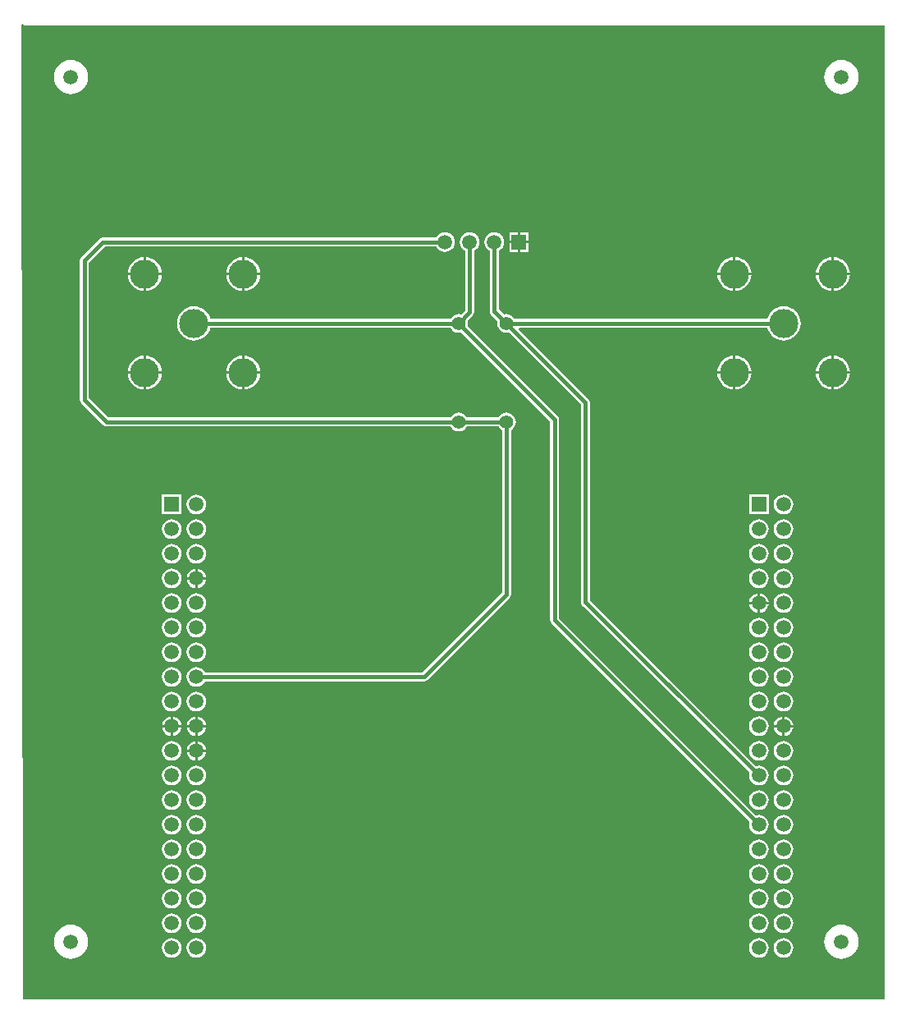
<source format=gbl>
G04 Layer_Physical_Order=2*
G04 Layer_Color=16711680*
%FSLAX42Y42*%
%MOMM*%
G71*
G01*
G75*
%ADD10C,0.40*%
%ADD11C,1.50*%
%ADD12R,1.50X1.50*%
%ADD13C,3.00*%
%ADD14C,1.52*%
%ADD15R,1.50X1.50*%
%ADD16C,1.40*%
G36*
X2591Y12624D02*
X11468D01*
Y2578D01*
X2578D01*
X2565Y12633D01*
X2577Y12637D01*
X2591Y12624D01*
D02*
G37*
%LPC*%
G36*
X11024Y12267D02*
X10989Y12263D01*
X10956Y12253D01*
X10926Y12237D01*
X10899Y12215D01*
X10877Y12188D01*
X10861Y12158D01*
X10851Y12125D01*
X10847Y12090D01*
X10851Y12056D01*
X10861Y12023D01*
X10877Y11992D01*
X10899Y11966D01*
X10926Y11944D01*
X10956Y11928D01*
X10989Y11918D01*
X11024Y11914D01*
X11058Y11918D01*
X11091Y11928D01*
X11122Y11944D01*
X11148Y11966D01*
X11170Y11992D01*
X11186Y12023D01*
X11196Y12056D01*
X11200Y12090D01*
X11196Y12125D01*
X11186Y12158D01*
X11170Y12188D01*
X11148Y12215D01*
X11122Y12237D01*
X11091Y12253D01*
X11058Y12263D01*
X11024Y12267D01*
D02*
G37*
G36*
X3073D02*
X3039Y12263D01*
X3006Y12253D01*
X2975Y12237D01*
X2949Y12215D01*
X2927Y12188D01*
X2911Y12158D01*
X2901Y12125D01*
X2897Y12090D01*
X2901Y12056D01*
X2911Y12023D01*
X2927Y11992D01*
X2949Y11966D01*
X2975Y11944D01*
X3006Y11928D01*
X3039Y11918D01*
X3073Y11914D01*
X3108Y11918D01*
X3141Y11928D01*
X3171Y11944D01*
X3198Y11966D01*
X3220Y11992D01*
X3236Y12023D01*
X3246Y12056D01*
X3250Y12090D01*
X3246Y12125D01*
X3236Y12158D01*
X3220Y12188D01*
X3198Y12215D01*
X3171Y12237D01*
X3141Y12253D01*
X3108Y12263D01*
X3073Y12267D01*
D02*
G37*
G36*
X6934Y10490D02*
X6908Y10486D01*
X6884Y10476D01*
X6863Y10460D01*
X6847Y10439D01*
X6845Y10435D01*
X3404D01*
X3404Y10435D01*
X3386Y10431D01*
X3371Y10421D01*
X3371Y10421D01*
X3180Y10231D01*
X3170Y10216D01*
X3167Y10198D01*
X3167Y10198D01*
Y8763D01*
X3167Y8763D01*
X3170Y8745D01*
X3180Y8730D01*
X3409Y8502D01*
X3409Y8502D01*
X3424Y8492D01*
X3442Y8488D01*
X6990D01*
X6991Y8486D01*
X7006Y8466D01*
X7026Y8451D01*
X7049Y8441D01*
X7074Y8438D01*
X7099Y8441D01*
X7122Y8451D01*
X7142Y8466D01*
X7157Y8486D01*
X7158Y8488D01*
X7485D01*
X7486Y8486D01*
X7501Y8466D01*
X7521Y8451D01*
X7523Y8450D01*
Y6776D01*
X6699Y5952D01*
X4458D01*
X4456Y5956D01*
X4440Y5977D01*
X4419Y5993D01*
X4395Y6003D01*
X4369Y6007D01*
X4343Y6003D01*
X4318Y5993D01*
X4297Y5977D01*
X4281Y5956D01*
X4271Y5932D01*
X4268Y5906D01*
X4271Y5879D01*
X4281Y5855D01*
X4297Y5834D01*
X4318Y5818D01*
X4343Y5808D01*
X4369Y5804D01*
X4395Y5808D01*
X4419Y5818D01*
X4440Y5834D01*
X4456Y5855D01*
X4458Y5859D01*
X6718D01*
X6718Y5859D01*
X6736Y5863D01*
X6751Y5873D01*
X7602Y6724D01*
X7602Y6724D01*
X7612Y6739D01*
X7615Y6756D01*
Y8450D01*
X7617Y8451D01*
X7637Y8466D01*
X7653Y8486D01*
X7662Y8509D01*
X7665Y8534D01*
X7662Y8559D01*
X7653Y8583D01*
X7637Y8602D01*
X7617Y8618D01*
X7594Y8627D01*
X7569Y8631D01*
X7544Y8627D01*
X7521Y8618D01*
X7501Y8602D01*
X7486Y8583D01*
X7485Y8581D01*
X7158D01*
X7157Y8583D01*
X7142Y8602D01*
X7122Y8618D01*
X7099Y8627D01*
X7074Y8631D01*
X7049Y8627D01*
X7026Y8618D01*
X7006Y8602D01*
X6991Y8583D01*
X6990Y8581D01*
X3461D01*
X3259Y8782D01*
Y10179D01*
X3423Y10342D01*
X6845D01*
X6847Y10338D01*
X6863Y10317D01*
X6884Y10301D01*
X6908Y10291D01*
X6934Y10287D01*
X6960Y10291D01*
X6985Y10301D01*
X7006Y10317D01*
X7022Y10338D01*
X7032Y10362D01*
X7035Y10389D01*
X7032Y10415D01*
X7022Y10439D01*
X7006Y10460D01*
X6985Y10476D01*
X6960Y10486D01*
X6934Y10490D01*
D02*
G37*
G36*
X7797Y10489D02*
X7709D01*
Y10401D01*
X7797D01*
Y10489D01*
D02*
G37*
G36*
X7683D02*
X7596D01*
Y10401D01*
X7683D01*
Y10489D01*
D02*
G37*
G36*
X7797Y10376D02*
X7709D01*
Y10288D01*
X7797D01*
Y10376D01*
D02*
G37*
G36*
X7683D02*
X7596D01*
Y10288D01*
X7683D01*
Y10376D01*
D02*
G37*
G36*
X10947Y10233D02*
Y10071D01*
X11110D01*
X11108Y10093D01*
X11098Y10126D01*
X11081Y10156D01*
X11059Y10183D01*
X11033Y10205D01*
X11002Y10221D01*
X10969Y10231D01*
X10947Y10233D01*
D02*
G37*
G36*
X9931D02*
Y10071D01*
X10094D01*
X10092Y10093D01*
X10082Y10126D01*
X10065Y10156D01*
X10043Y10183D01*
X10017Y10205D01*
X9986Y10221D01*
X9953Y10231D01*
X9931Y10233D01*
D02*
G37*
G36*
X3848D02*
Y10071D01*
X4010D01*
X4008Y10093D01*
X3998Y10126D01*
X3982Y10156D01*
X3960Y10183D01*
X3933Y10205D01*
X3903Y10221D01*
X3870Y10231D01*
X3848Y10233D01*
D02*
G37*
G36*
X4864D02*
Y10071D01*
X5026D01*
X5024Y10093D01*
X5014Y10126D01*
X4998Y10156D01*
X4976Y10183D01*
X4949Y10205D01*
X4919Y10221D01*
X4886Y10231D01*
X4864Y10233D01*
D02*
G37*
G36*
X3823D02*
X3801Y10231D01*
X3768Y10221D01*
X3737Y10205D01*
X3711Y10183D01*
X3689Y10156D01*
X3673Y10126D01*
X3663Y10093D01*
X3660Y10071D01*
X3823D01*
Y10233D01*
D02*
G37*
G36*
X4839D02*
X4817Y10231D01*
X4784Y10221D01*
X4753Y10205D01*
X4727Y10183D01*
X4705Y10156D01*
X4689Y10126D01*
X4679Y10093D01*
X4676Y10071D01*
X4839D01*
Y10233D01*
D02*
G37*
G36*
X10922D02*
X10900Y10231D01*
X10867Y10221D01*
X10837Y10205D01*
X10810Y10183D01*
X10788Y10156D01*
X10772Y10126D01*
X10762Y10093D01*
X10760Y10071D01*
X10922D01*
Y10233D01*
D02*
G37*
G36*
X9906D02*
X9884Y10231D01*
X9851Y10221D01*
X9821Y10205D01*
X9794Y10183D01*
X9772Y10156D01*
X9756Y10126D01*
X9746Y10093D01*
X9744Y10071D01*
X9906D01*
Y10233D01*
D02*
G37*
G36*
X11110Y10046D02*
X10947D01*
Y9883D01*
X10969Y9886D01*
X11002Y9896D01*
X11033Y9912D01*
X11059Y9934D01*
X11081Y9960D01*
X11098Y9991D01*
X11108Y10024D01*
X11110Y10046D01*
D02*
G37*
G36*
X10094D02*
X9931D01*
Y9883D01*
X9953Y9886D01*
X9986Y9896D01*
X10017Y9912D01*
X10043Y9934D01*
X10065Y9960D01*
X10082Y9991D01*
X10092Y10024D01*
X10094Y10046D01*
D02*
G37*
G36*
X5026D02*
X4864D01*
Y9883D01*
X4886Y9886D01*
X4919Y9896D01*
X4949Y9912D01*
X4976Y9934D01*
X4998Y9960D01*
X5014Y9991D01*
X5024Y10024D01*
X5026Y10046D01*
D02*
G37*
G36*
X4010D02*
X3848D01*
Y9883D01*
X3870Y9886D01*
X3903Y9896D01*
X3933Y9912D01*
X3960Y9934D01*
X3982Y9960D01*
X3998Y9991D01*
X4008Y10024D01*
X4010Y10046D01*
D02*
G37*
G36*
X4839D02*
X4676D01*
X4679Y10024D01*
X4689Y9991D01*
X4705Y9960D01*
X4727Y9934D01*
X4753Y9912D01*
X4784Y9896D01*
X4817Y9886D01*
X4839Y9883D01*
Y10046D01*
D02*
G37*
G36*
X3823D02*
X3660D01*
X3663Y10024D01*
X3673Y9991D01*
X3689Y9960D01*
X3711Y9934D01*
X3737Y9912D01*
X3768Y9896D01*
X3801Y9886D01*
X3823Y9883D01*
Y10046D01*
D02*
G37*
G36*
X10922D02*
X10760D01*
X10762Y10024D01*
X10772Y9991D01*
X10788Y9960D01*
X10810Y9934D01*
X10837Y9912D01*
X10867Y9896D01*
X10900Y9886D01*
X10922Y9883D01*
Y10046D01*
D02*
G37*
G36*
X9906D02*
X9744D01*
X9746Y10024D01*
X9756Y9991D01*
X9772Y9960D01*
X9794Y9934D01*
X9821Y9912D01*
X9851Y9896D01*
X9884Y9886D01*
X9906Y9883D01*
Y10046D01*
D02*
G37*
G36*
X7188Y10490D02*
X7162Y10486D01*
X7138Y10476D01*
X7117Y10460D01*
X7101Y10439D01*
X7090Y10415D01*
X7087Y10389D01*
X7090Y10362D01*
X7101Y10338D01*
X7117Y10317D01*
X7138Y10301D01*
X7142Y10299D01*
Y9684D01*
X7101Y9643D01*
X7099Y9643D01*
X7074Y9647D01*
X7049Y9643D01*
X7026Y9634D01*
X7006Y9618D01*
X6991Y9599D01*
X6990Y9597D01*
X4513D01*
X4506Y9618D01*
X4490Y9648D01*
X4468Y9675D01*
X4441Y9697D01*
X4411Y9713D01*
X4378Y9723D01*
X4343Y9727D01*
X4309Y9723D01*
X4276Y9713D01*
X4245Y9697D01*
X4219Y9675D01*
X4197Y9648D01*
X4181Y9618D01*
X4171Y9585D01*
X4167Y9550D01*
X4171Y9516D01*
X4181Y9483D01*
X4197Y9452D01*
X4219Y9426D01*
X4245Y9404D01*
X4276Y9388D01*
X4309Y9378D01*
X4343Y9374D01*
X4378Y9378D01*
X4411Y9388D01*
X4441Y9404D01*
X4468Y9426D01*
X4490Y9452D01*
X4506Y9483D01*
X4513Y9504D01*
X6990D01*
X6991Y9502D01*
X7006Y9482D01*
X7026Y9467D01*
X7049Y9457D01*
X7074Y9454D01*
X7099Y9457D01*
X7101Y9458D01*
X8018Y8541D01*
Y6490D01*
X8018Y6490D01*
X8022Y6472D01*
X8032Y6457D01*
X10077Y4412D01*
X10075Y4408D01*
X10071Y4381D01*
X10075Y4355D01*
X10085Y4331D01*
X10101Y4310D01*
X10122Y4294D01*
X10146Y4284D01*
X10173Y4280D01*
X10199Y4284D01*
X10223Y4294D01*
X10244Y4310D01*
X10260Y4331D01*
X10271Y4355D01*
X10274Y4381D01*
X10271Y4408D01*
X10260Y4432D01*
X10244Y4453D01*
X10223Y4469D01*
X10199Y4479D01*
X10173Y4483D01*
X10146Y4479D01*
X10142Y4478D01*
X8111Y6509D01*
Y8560D01*
X8111Y8560D01*
X8107Y8578D01*
X8097Y8593D01*
X8097Y8593D01*
X7166Y9524D01*
X7167Y9525D01*
X7170Y9550D01*
X7167Y9575D01*
X7166Y9577D01*
X7221Y9632D01*
X7221Y9632D01*
X7231Y9647D01*
X7234Y9665D01*
X7234Y9665D01*
Y10299D01*
X7239Y10301D01*
X7260Y10317D01*
X7276Y10338D01*
X7286Y10362D01*
X7289Y10389D01*
X7286Y10415D01*
X7276Y10439D01*
X7260Y10460D01*
X7239Y10476D01*
X7214Y10486D01*
X7188Y10490D01*
D02*
G37*
G36*
X7442D02*
X7416Y10486D01*
X7392Y10476D01*
X7371Y10460D01*
X7355Y10439D01*
X7344Y10415D01*
X7341Y10389D01*
X7344Y10362D01*
X7355Y10338D01*
X7371Y10317D01*
X7392Y10301D01*
X7396Y10299D01*
Y9677D01*
X7396Y9677D01*
X7399Y9660D01*
X7409Y9645D01*
X7477Y9577D01*
X7476Y9575D01*
X7473Y9550D01*
X7476Y9525D01*
X7486Y9502D01*
X7501Y9482D01*
X7521Y9467D01*
X7544Y9457D01*
X7569Y9454D01*
X7594Y9457D01*
X7596Y9458D01*
X8336Y8718D01*
Y6680D01*
X8336Y6680D01*
X8339Y6662D01*
X8349Y6647D01*
X10077Y4920D01*
X10075Y4916D01*
X10071Y4890D01*
X10075Y4863D01*
X10085Y4839D01*
X10101Y4818D01*
X10122Y4802D01*
X10146Y4792D01*
X10173Y4788D01*
X10199Y4792D01*
X10223Y4802D01*
X10244Y4818D01*
X10260Y4839D01*
X10271Y4863D01*
X10274Y4890D01*
X10271Y4916D01*
X10260Y4940D01*
X10244Y4961D01*
X10223Y4977D01*
X10199Y4987D01*
X10173Y4991D01*
X10146Y4987D01*
X10142Y4986D01*
X8428Y6699D01*
Y8738D01*
X8425Y8755D01*
X8415Y8770D01*
X8415Y8770D01*
X7693Y9492D01*
X7698Y9504D01*
X10257D01*
X10264Y9483D01*
X10280Y9452D01*
X10302Y9426D01*
X10329Y9404D01*
X10359Y9388D01*
X10392Y9378D01*
X10427Y9374D01*
X10461Y9378D01*
X10494Y9388D01*
X10525Y9404D01*
X10551Y9426D01*
X10573Y9452D01*
X10590Y9483D01*
X10600Y9516D01*
X10603Y9550D01*
X10600Y9585D01*
X10590Y9618D01*
X10573Y9648D01*
X10551Y9675D01*
X10525Y9697D01*
X10494Y9713D01*
X10461Y9723D01*
X10427Y9727D01*
X10392Y9723D01*
X10359Y9713D01*
X10329Y9697D01*
X10302Y9675D01*
X10280Y9648D01*
X10264Y9618D01*
X10257Y9597D01*
X7653D01*
X7653Y9599D01*
X7637Y9618D01*
X7617Y9634D01*
X7594Y9643D01*
X7569Y9647D01*
X7544Y9643D01*
X7542Y9643D01*
X7488Y9697D01*
Y10299D01*
X7493Y10301D01*
X7514Y10317D01*
X7530Y10338D01*
X7540Y10362D01*
X7543Y10389D01*
X7540Y10415D01*
X7530Y10439D01*
X7514Y10460D01*
X7493Y10476D01*
X7468Y10486D01*
X7442Y10490D01*
D02*
G37*
G36*
X10947Y9217D02*
Y9055D01*
X11110D01*
X11108Y9077D01*
X11098Y9110D01*
X11081Y9140D01*
X11059Y9167D01*
X11033Y9189D01*
X11002Y9205D01*
X10969Y9215D01*
X10947Y9217D01*
D02*
G37*
G36*
X9931D02*
Y9055D01*
X10094D01*
X10092Y9077D01*
X10082Y9110D01*
X10065Y9140D01*
X10043Y9167D01*
X10017Y9189D01*
X9986Y9205D01*
X9953Y9215D01*
X9931Y9217D01*
D02*
G37*
G36*
X4864D02*
Y9055D01*
X5026D01*
X5024Y9077D01*
X5014Y9110D01*
X4998Y9140D01*
X4976Y9167D01*
X4949Y9189D01*
X4919Y9205D01*
X4886Y9215D01*
X4864Y9217D01*
D02*
G37*
G36*
X3848D02*
Y9055D01*
X4010D01*
X4008Y9077D01*
X3998Y9110D01*
X3982Y9140D01*
X3960Y9167D01*
X3933Y9189D01*
X3903Y9205D01*
X3870Y9215D01*
X3848Y9217D01*
D02*
G37*
G36*
X4839D02*
X4817Y9215D01*
X4784Y9205D01*
X4753Y9189D01*
X4727Y9167D01*
X4705Y9140D01*
X4689Y9110D01*
X4679Y9077D01*
X4676Y9055D01*
X4839D01*
Y9217D01*
D02*
G37*
G36*
X3823D02*
X3801Y9215D01*
X3768Y9205D01*
X3737Y9189D01*
X3711Y9167D01*
X3689Y9140D01*
X3673Y9110D01*
X3663Y9077D01*
X3660Y9055D01*
X3823D01*
Y9217D01*
D02*
G37*
G36*
X10922D02*
X10900Y9215D01*
X10867Y9205D01*
X10837Y9189D01*
X10810Y9167D01*
X10788Y9140D01*
X10772Y9110D01*
X10762Y9077D01*
X10760Y9055D01*
X10922D01*
Y9217D01*
D02*
G37*
G36*
X9906D02*
X9884Y9215D01*
X9851Y9205D01*
X9821Y9189D01*
X9794Y9167D01*
X9772Y9140D01*
X9756Y9110D01*
X9746Y9077D01*
X9744Y9055D01*
X9906D01*
Y9217D01*
D02*
G37*
G36*
X11110Y9030D02*
X10947D01*
Y8867D01*
X10969Y8870D01*
X11002Y8880D01*
X11033Y8896D01*
X11059Y8918D01*
X11081Y8944D01*
X11098Y8975D01*
X11108Y9008D01*
X11110Y9030D01*
D02*
G37*
G36*
X10094D02*
X9931D01*
Y8867D01*
X9953Y8870D01*
X9986Y8880D01*
X10017Y8896D01*
X10043Y8918D01*
X10065Y8944D01*
X10082Y8975D01*
X10092Y9008D01*
X10094Y9030D01*
D02*
G37*
G36*
X5026D02*
X4864D01*
Y8867D01*
X4886Y8870D01*
X4919Y8880D01*
X4949Y8896D01*
X4976Y8918D01*
X4998Y8944D01*
X5014Y8975D01*
X5024Y9008D01*
X5026Y9030D01*
D02*
G37*
G36*
X4010D02*
X3848D01*
Y8867D01*
X3870Y8870D01*
X3903Y8880D01*
X3933Y8896D01*
X3960Y8918D01*
X3982Y8944D01*
X3998Y8975D01*
X4008Y9008D01*
X4010Y9030D01*
D02*
G37*
G36*
X4839D02*
X4676D01*
X4679Y9008D01*
X4689Y8975D01*
X4705Y8944D01*
X4727Y8918D01*
X4753Y8896D01*
X4784Y8880D01*
X4817Y8870D01*
X4839Y8867D01*
Y9030D01*
D02*
G37*
G36*
X3823D02*
X3660D01*
X3663Y9008D01*
X3673Y8975D01*
X3689Y8944D01*
X3711Y8918D01*
X3737Y8896D01*
X3768Y8880D01*
X3801Y8870D01*
X3823Y8867D01*
Y9030D01*
D02*
G37*
G36*
X10922D02*
X10760D01*
X10762Y9008D01*
X10772Y8975D01*
X10788Y8944D01*
X10810Y8918D01*
X10837Y8896D01*
X10867Y8880D01*
X10900Y8870D01*
X10922Y8867D01*
Y9030D01*
D02*
G37*
G36*
X9906D02*
X9744D01*
X9746Y9008D01*
X9756Y8975D01*
X9772Y8944D01*
X9794Y8918D01*
X9821Y8896D01*
X9851Y8880D01*
X9884Y8870D01*
X9906Y8867D01*
Y9030D01*
D02*
G37*
G36*
X10273Y7784D02*
X10072D01*
Y7583D01*
X10273D01*
Y7784D01*
D02*
G37*
G36*
X4215D02*
X4014D01*
Y7583D01*
X4215D01*
Y7784D01*
D02*
G37*
G36*
X10427Y7785D02*
X10400Y7781D01*
X10376Y7771D01*
X10355Y7755D01*
X10339Y7734D01*
X10329Y7710D01*
X10325Y7683D01*
X10329Y7657D01*
X10339Y7633D01*
X10355Y7612D01*
X10376Y7596D01*
X10400Y7586D01*
X10427Y7582D01*
X10453Y7586D01*
X10477Y7596D01*
X10498Y7612D01*
X10514Y7633D01*
X10525Y7657D01*
X10528Y7683D01*
X10525Y7710D01*
X10514Y7734D01*
X10498Y7755D01*
X10477Y7771D01*
X10453Y7781D01*
X10427Y7785D01*
D02*
G37*
G36*
X4369D02*
X4343Y7781D01*
X4318Y7771D01*
X4297Y7755D01*
X4281Y7734D01*
X4271Y7710D01*
X4268Y7683D01*
X4271Y7657D01*
X4281Y7633D01*
X4297Y7612D01*
X4318Y7596D01*
X4343Y7586D01*
X4369Y7582D01*
X4395Y7586D01*
X4419Y7596D01*
X4440Y7612D01*
X4456Y7633D01*
X4467Y7657D01*
X4470Y7683D01*
X4467Y7710D01*
X4456Y7734D01*
X4440Y7755D01*
X4419Y7771D01*
X4395Y7781D01*
X4369Y7785D01*
D02*
G37*
G36*
X10427Y7531D02*
X10400Y7527D01*
X10376Y7517D01*
X10355Y7501D01*
X10339Y7480D01*
X10329Y7456D01*
X10325Y7429D01*
X10329Y7403D01*
X10339Y7379D01*
X10355Y7358D01*
X10376Y7342D01*
X10400Y7332D01*
X10427Y7328D01*
X10453Y7332D01*
X10477Y7342D01*
X10498Y7358D01*
X10514Y7379D01*
X10525Y7403D01*
X10528Y7429D01*
X10525Y7456D01*
X10514Y7480D01*
X10498Y7501D01*
X10477Y7517D01*
X10453Y7527D01*
X10427Y7531D01*
D02*
G37*
G36*
X10173D02*
X10146Y7527D01*
X10122Y7517D01*
X10101Y7501D01*
X10085Y7480D01*
X10075Y7456D01*
X10071Y7429D01*
X10075Y7403D01*
X10085Y7379D01*
X10101Y7358D01*
X10122Y7342D01*
X10146Y7332D01*
X10173Y7328D01*
X10199Y7332D01*
X10223Y7342D01*
X10244Y7358D01*
X10260Y7379D01*
X10271Y7403D01*
X10274Y7429D01*
X10271Y7456D01*
X10260Y7480D01*
X10244Y7501D01*
X10223Y7517D01*
X10199Y7527D01*
X10173Y7531D01*
D02*
G37*
G36*
X4369D02*
X4343Y7527D01*
X4318Y7517D01*
X4297Y7501D01*
X4281Y7480D01*
X4271Y7456D01*
X4268Y7429D01*
X4271Y7403D01*
X4281Y7379D01*
X4297Y7358D01*
X4318Y7342D01*
X4343Y7332D01*
X4369Y7328D01*
X4395Y7332D01*
X4419Y7342D01*
X4440Y7358D01*
X4456Y7379D01*
X4467Y7403D01*
X4470Y7429D01*
X4467Y7456D01*
X4456Y7480D01*
X4440Y7501D01*
X4419Y7517D01*
X4395Y7527D01*
X4369Y7531D01*
D02*
G37*
G36*
X4115D02*
X4089Y7527D01*
X4064Y7517D01*
X4043Y7501D01*
X4027Y7480D01*
X4017Y7456D01*
X4014Y7429D01*
X4017Y7403D01*
X4027Y7379D01*
X4043Y7358D01*
X4064Y7342D01*
X4089Y7332D01*
X4115Y7328D01*
X4141Y7332D01*
X4165Y7342D01*
X4186Y7358D01*
X4202Y7379D01*
X4213Y7403D01*
X4216Y7429D01*
X4213Y7456D01*
X4202Y7480D01*
X4186Y7501D01*
X4165Y7517D01*
X4141Y7527D01*
X4115Y7531D01*
D02*
G37*
G36*
X10427Y7277D02*
X10400Y7273D01*
X10376Y7263D01*
X10355Y7247D01*
X10339Y7226D01*
X10329Y7202D01*
X10325Y7175D01*
X10329Y7149D01*
X10339Y7125D01*
X10355Y7104D01*
X10376Y7088D01*
X10400Y7078D01*
X10427Y7074D01*
X10453Y7078D01*
X10477Y7088D01*
X10498Y7104D01*
X10514Y7125D01*
X10525Y7149D01*
X10528Y7175D01*
X10525Y7202D01*
X10514Y7226D01*
X10498Y7247D01*
X10477Y7263D01*
X10453Y7273D01*
X10427Y7277D01*
D02*
G37*
G36*
X10173D02*
X10146Y7273D01*
X10122Y7263D01*
X10101Y7247D01*
X10085Y7226D01*
X10075Y7202D01*
X10071Y7175D01*
X10075Y7149D01*
X10085Y7125D01*
X10101Y7104D01*
X10122Y7088D01*
X10146Y7078D01*
X10173Y7074D01*
X10199Y7078D01*
X10223Y7088D01*
X10244Y7104D01*
X10260Y7125D01*
X10271Y7149D01*
X10274Y7175D01*
X10271Y7202D01*
X10260Y7226D01*
X10244Y7247D01*
X10223Y7263D01*
X10199Y7273D01*
X10173Y7277D01*
D02*
G37*
G36*
X4369D02*
X4343Y7273D01*
X4318Y7263D01*
X4297Y7247D01*
X4281Y7226D01*
X4271Y7202D01*
X4268Y7175D01*
X4271Y7149D01*
X4281Y7125D01*
X4297Y7104D01*
X4318Y7088D01*
X4343Y7078D01*
X4369Y7074D01*
X4395Y7078D01*
X4419Y7088D01*
X4440Y7104D01*
X4456Y7125D01*
X4467Y7149D01*
X4470Y7175D01*
X4467Y7202D01*
X4456Y7226D01*
X4440Y7247D01*
X4419Y7263D01*
X4395Y7273D01*
X4369Y7277D01*
D02*
G37*
G36*
X4115D02*
X4089Y7273D01*
X4064Y7263D01*
X4043Y7247D01*
X4027Y7226D01*
X4017Y7202D01*
X4014Y7175D01*
X4017Y7149D01*
X4027Y7125D01*
X4043Y7104D01*
X4064Y7088D01*
X4089Y7078D01*
X4115Y7074D01*
X4141Y7078D01*
X4165Y7088D01*
X4186Y7104D01*
X4202Y7125D01*
X4213Y7149D01*
X4216Y7175D01*
X4213Y7202D01*
X4202Y7226D01*
X4186Y7247D01*
X4165Y7263D01*
X4141Y7273D01*
X4115Y7277D01*
D02*
G37*
G36*
X4381Y7021D02*
Y6934D01*
X4468D01*
X4467Y6948D01*
X4456Y6972D01*
X4440Y6993D01*
X4419Y7009D01*
X4395Y7019D01*
X4381Y7021D01*
D02*
G37*
G36*
X4356D02*
X4343Y7019D01*
X4318Y7009D01*
X4297Y6993D01*
X4281Y6972D01*
X4271Y6948D01*
X4269Y6934D01*
X4356D01*
Y7021D01*
D02*
G37*
G36*
X4468Y6909D02*
X4381D01*
Y6822D01*
X4395Y6824D01*
X4419Y6834D01*
X4440Y6850D01*
X4456Y6871D01*
X4467Y6895D01*
X4468Y6909D01*
D02*
G37*
G36*
X4356D02*
X4269D01*
X4271Y6895D01*
X4281Y6871D01*
X4297Y6850D01*
X4318Y6834D01*
X4343Y6824D01*
X4356Y6822D01*
Y6909D01*
D02*
G37*
G36*
X10427Y7023D02*
X10400Y7019D01*
X10376Y7009D01*
X10355Y6993D01*
X10339Y6972D01*
X10329Y6948D01*
X10325Y6921D01*
X10329Y6895D01*
X10339Y6871D01*
X10355Y6850D01*
X10376Y6834D01*
X10400Y6824D01*
X10427Y6820D01*
X10453Y6824D01*
X10477Y6834D01*
X10498Y6850D01*
X10514Y6871D01*
X10525Y6895D01*
X10528Y6921D01*
X10525Y6948D01*
X10514Y6972D01*
X10498Y6993D01*
X10477Y7009D01*
X10453Y7019D01*
X10427Y7023D01*
D02*
G37*
G36*
X10173D02*
X10146Y7019D01*
X10122Y7009D01*
X10101Y6993D01*
X10085Y6972D01*
X10075Y6948D01*
X10071Y6921D01*
X10075Y6895D01*
X10085Y6871D01*
X10101Y6850D01*
X10122Y6834D01*
X10146Y6824D01*
X10173Y6820D01*
X10199Y6824D01*
X10223Y6834D01*
X10244Y6850D01*
X10260Y6871D01*
X10271Y6895D01*
X10274Y6921D01*
X10271Y6948D01*
X10260Y6972D01*
X10244Y6993D01*
X10223Y7009D01*
X10199Y7019D01*
X10173Y7023D01*
D02*
G37*
G36*
X4115D02*
X4089Y7019D01*
X4064Y7009D01*
X4043Y6993D01*
X4027Y6972D01*
X4017Y6948D01*
X4014Y6921D01*
X4017Y6895D01*
X4027Y6871D01*
X4043Y6850D01*
X4064Y6834D01*
X4089Y6824D01*
X4115Y6820D01*
X4141Y6824D01*
X4165Y6834D01*
X4186Y6850D01*
X4202Y6871D01*
X4213Y6895D01*
X4216Y6921D01*
X4213Y6948D01*
X4202Y6972D01*
X4186Y6993D01*
X4165Y7009D01*
X4141Y7019D01*
X4115Y7023D01*
D02*
G37*
G36*
X10185Y6767D02*
Y6680D01*
X10272D01*
X10271Y6694D01*
X10260Y6718D01*
X10244Y6739D01*
X10223Y6755D01*
X10199Y6765D01*
X10185Y6767D01*
D02*
G37*
G36*
X10160D02*
X10146Y6765D01*
X10122Y6755D01*
X10101Y6739D01*
X10085Y6718D01*
X10075Y6694D01*
X10073Y6680D01*
X10160D01*
Y6767D01*
D02*
G37*
G36*
X10272Y6655D02*
X10185D01*
Y6568D01*
X10199Y6570D01*
X10223Y6580D01*
X10244Y6596D01*
X10260Y6617D01*
X10271Y6641D01*
X10272Y6655D01*
D02*
G37*
G36*
X10160D02*
X10073D01*
X10075Y6641D01*
X10085Y6617D01*
X10101Y6596D01*
X10122Y6580D01*
X10146Y6570D01*
X10160Y6568D01*
Y6655D01*
D02*
G37*
G36*
X10427Y6769D02*
X10400Y6765D01*
X10376Y6755D01*
X10355Y6739D01*
X10339Y6718D01*
X10329Y6694D01*
X10325Y6668D01*
X10329Y6641D01*
X10339Y6617D01*
X10355Y6596D01*
X10376Y6580D01*
X10400Y6570D01*
X10427Y6566D01*
X10453Y6570D01*
X10477Y6580D01*
X10498Y6596D01*
X10514Y6617D01*
X10525Y6641D01*
X10528Y6668D01*
X10525Y6694D01*
X10514Y6718D01*
X10498Y6739D01*
X10477Y6755D01*
X10453Y6765D01*
X10427Y6769D01*
D02*
G37*
G36*
X4369D02*
X4343Y6765D01*
X4318Y6755D01*
X4297Y6739D01*
X4281Y6718D01*
X4271Y6694D01*
X4268Y6668D01*
X4271Y6641D01*
X4281Y6617D01*
X4297Y6596D01*
X4318Y6580D01*
X4343Y6570D01*
X4369Y6566D01*
X4395Y6570D01*
X4419Y6580D01*
X4440Y6596D01*
X4456Y6617D01*
X4467Y6641D01*
X4470Y6668D01*
X4467Y6694D01*
X4456Y6718D01*
X4440Y6739D01*
X4419Y6755D01*
X4395Y6765D01*
X4369Y6769D01*
D02*
G37*
G36*
X4115D02*
X4089Y6765D01*
X4064Y6755D01*
X4043Y6739D01*
X4027Y6718D01*
X4017Y6694D01*
X4014Y6668D01*
X4017Y6641D01*
X4027Y6617D01*
X4043Y6596D01*
X4064Y6580D01*
X4089Y6570D01*
X4115Y6566D01*
X4141Y6570D01*
X4165Y6580D01*
X4186Y6596D01*
X4202Y6617D01*
X4213Y6641D01*
X4216Y6668D01*
X4213Y6694D01*
X4202Y6718D01*
X4186Y6739D01*
X4165Y6755D01*
X4141Y6765D01*
X4115Y6769D01*
D02*
G37*
G36*
X10427Y6515D02*
X10400Y6511D01*
X10376Y6501D01*
X10355Y6485D01*
X10339Y6464D01*
X10329Y6440D01*
X10325Y6414D01*
X10329Y6387D01*
X10339Y6363D01*
X10355Y6342D01*
X10376Y6326D01*
X10400Y6316D01*
X10427Y6312D01*
X10453Y6316D01*
X10477Y6326D01*
X10498Y6342D01*
X10514Y6363D01*
X10525Y6387D01*
X10528Y6414D01*
X10525Y6440D01*
X10514Y6464D01*
X10498Y6485D01*
X10477Y6501D01*
X10453Y6511D01*
X10427Y6515D01*
D02*
G37*
G36*
X10173D02*
X10146Y6511D01*
X10122Y6501D01*
X10101Y6485D01*
X10085Y6464D01*
X10075Y6440D01*
X10071Y6414D01*
X10075Y6387D01*
X10085Y6363D01*
X10101Y6342D01*
X10122Y6326D01*
X10146Y6316D01*
X10173Y6312D01*
X10199Y6316D01*
X10223Y6326D01*
X10244Y6342D01*
X10260Y6363D01*
X10271Y6387D01*
X10274Y6414D01*
X10271Y6440D01*
X10260Y6464D01*
X10244Y6485D01*
X10223Y6501D01*
X10199Y6511D01*
X10173Y6515D01*
D02*
G37*
G36*
X4369D02*
X4343Y6511D01*
X4318Y6501D01*
X4297Y6485D01*
X4281Y6464D01*
X4271Y6440D01*
X4268Y6414D01*
X4271Y6387D01*
X4281Y6363D01*
X4297Y6342D01*
X4318Y6326D01*
X4343Y6316D01*
X4369Y6312D01*
X4395Y6316D01*
X4419Y6326D01*
X4440Y6342D01*
X4456Y6363D01*
X4467Y6387D01*
X4470Y6414D01*
X4467Y6440D01*
X4456Y6464D01*
X4440Y6485D01*
X4419Y6501D01*
X4395Y6511D01*
X4369Y6515D01*
D02*
G37*
G36*
X4115D02*
X4089Y6511D01*
X4064Y6501D01*
X4043Y6485D01*
X4027Y6464D01*
X4017Y6440D01*
X4014Y6414D01*
X4017Y6387D01*
X4027Y6363D01*
X4043Y6342D01*
X4064Y6326D01*
X4089Y6316D01*
X4115Y6312D01*
X4141Y6316D01*
X4165Y6326D01*
X4186Y6342D01*
X4202Y6363D01*
X4213Y6387D01*
X4216Y6414D01*
X4213Y6440D01*
X4202Y6464D01*
X4186Y6485D01*
X4165Y6501D01*
X4141Y6511D01*
X4115Y6515D01*
D02*
G37*
G36*
X10427Y6261D02*
X10400Y6257D01*
X10376Y6247D01*
X10355Y6231D01*
X10339Y6210D01*
X10329Y6186D01*
X10325Y6160D01*
X10329Y6133D01*
X10339Y6109D01*
X10355Y6088D01*
X10376Y6072D01*
X10400Y6062D01*
X10427Y6058D01*
X10453Y6062D01*
X10477Y6072D01*
X10498Y6088D01*
X10514Y6109D01*
X10525Y6133D01*
X10528Y6160D01*
X10525Y6186D01*
X10514Y6210D01*
X10498Y6231D01*
X10477Y6247D01*
X10453Y6257D01*
X10427Y6261D01*
D02*
G37*
G36*
X10173D02*
X10146Y6257D01*
X10122Y6247D01*
X10101Y6231D01*
X10085Y6210D01*
X10075Y6186D01*
X10071Y6160D01*
X10075Y6133D01*
X10085Y6109D01*
X10101Y6088D01*
X10122Y6072D01*
X10146Y6062D01*
X10173Y6058D01*
X10199Y6062D01*
X10223Y6072D01*
X10244Y6088D01*
X10260Y6109D01*
X10271Y6133D01*
X10274Y6160D01*
X10271Y6186D01*
X10260Y6210D01*
X10244Y6231D01*
X10223Y6247D01*
X10199Y6257D01*
X10173Y6261D01*
D02*
G37*
G36*
X4369D02*
X4343Y6257D01*
X4318Y6247D01*
X4297Y6231D01*
X4281Y6210D01*
X4271Y6186D01*
X4268Y6160D01*
X4271Y6133D01*
X4281Y6109D01*
X4297Y6088D01*
X4318Y6072D01*
X4343Y6062D01*
X4369Y6058D01*
X4395Y6062D01*
X4419Y6072D01*
X4440Y6088D01*
X4456Y6109D01*
X4467Y6133D01*
X4470Y6160D01*
X4467Y6186D01*
X4456Y6210D01*
X4440Y6231D01*
X4419Y6247D01*
X4395Y6257D01*
X4369Y6261D01*
D02*
G37*
G36*
X4115D02*
X4089Y6257D01*
X4064Y6247D01*
X4043Y6231D01*
X4027Y6210D01*
X4017Y6186D01*
X4014Y6160D01*
X4017Y6133D01*
X4027Y6109D01*
X4043Y6088D01*
X4064Y6072D01*
X4089Y6062D01*
X4115Y6058D01*
X4141Y6062D01*
X4165Y6072D01*
X4186Y6088D01*
X4202Y6109D01*
X4213Y6133D01*
X4216Y6160D01*
X4213Y6186D01*
X4202Y6210D01*
X4186Y6231D01*
X4165Y6247D01*
X4141Y6257D01*
X4115Y6261D01*
D02*
G37*
G36*
X10427Y6007D02*
X10400Y6003D01*
X10376Y5993D01*
X10355Y5977D01*
X10339Y5956D01*
X10329Y5932D01*
X10325Y5906D01*
X10329Y5879D01*
X10339Y5855D01*
X10355Y5834D01*
X10376Y5818D01*
X10400Y5808D01*
X10427Y5804D01*
X10453Y5808D01*
X10477Y5818D01*
X10498Y5834D01*
X10514Y5855D01*
X10525Y5879D01*
X10528Y5906D01*
X10525Y5932D01*
X10514Y5956D01*
X10498Y5977D01*
X10477Y5993D01*
X10453Y6003D01*
X10427Y6007D01*
D02*
G37*
G36*
X10173D02*
X10146Y6003D01*
X10122Y5993D01*
X10101Y5977D01*
X10085Y5956D01*
X10075Y5932D01*
X10071Y5906D01*
X10075Y5879D01*
X10085Y5855D01*
X10101Y5834D01*
X10122Y5818D01*
X10146Y5808D01*
X10173Y5804D01*
X10199Y5808D01*
X10223Y5818D01*
X10244Y5834D01*
X10260Y5855D01*
X10271Y5879D01*
X10274Y5906D01*
X10271Y5932D01*
X10260Y5956D01*
X10244Y5977D01*
X10223Y5993D01*
X10199Y6003D01*
X10173Y6007D01*
D02*
G37*
G36*
X4115D02*
X4089Y6003D01*
X4064Y5993D01*
X4043Y5977D01*
X4027Y5956D01*
X4017Y5932D01*
X4014Y5906D01*
X4017Y5879D01*
X4027Y5855D01*
X4043Y5834D01*
X4064Y5818D01*
X4089Y5808D01*
X4115Y5804D01*
X4141Y5808D01*
X4165Y5818D01*
X4186Y5834D01*
X4202Y5855D01*
X4213Y5879D01*
X4216Y5906D01*
X4213Y5932D01*
X4202Y5956D01*
X4186Y5977D01*
X4165Y5993D01*
X4141Y6003D01*
X4115Y6007D01*
D02*
G37*
G36*
X10427Y5753D02*
X10400Y5749D01*
X10376Y5739D01*
X10355Y5723D01*
X10339Y5702D01*
X10329Y5678D01*
X10325Y5651D01*
X10329Y5625D01*
X10339Y5601D01*
X10355Y5580D01*
X10376Y5564D01*
X10400Y5554D01*
X10427Y5550D01*
X10453Y5554D01*
X10477Y5564D01*
X10498Y5580D01*
X10514Y5601D01*
X10525Y5625D01*
X10528Y5651D01*
X10525Y5678D01*
X10514Y5702D01*
X10498Y5723D01*
X10477Y5739D01*
X10453Y5749D01*
X10427Y5753D01*
D02*
G37*
G36*
X10173D02*
X10146Y5749D01*
X10122Y5739D01*
X10101Y5723D01*
X10085Y5702D01*
X10075Y5678D01*
X10071Y5651D01*
X10075Y5625D01*
X10085Y5601D01*
X10101Y5580D01*
X10122Y5564D01*
X10146Y5554D01*
X10173Y5550D01*
X10199Y5554D01*
X10223Y5564D01*
X10244Y5580D01*
X10260Y5601D01*
X10271Y5625D01*
X10274Y5651D01*
X10271Y5678D01*
X10260Y5702D01*
X10244Y5723D01*
X10223Y5739D01*
X10199Y5749D01*
X10173Y5753D01*
D02*
G37*
G36*
X4369D02*
X4343Y5749D01*
X4318Y5739D01*
X4297Y5723D01*
X4281Y5702D01*
X4271Y5678D01*
X4268Y5651D01*
X4271Y5625D01*
X4281Y5601D01*
X4297Y5580D01*
X4318Y5564D01*
X4343Y5554D01*
X4369Y5550D01*
X4395Y5554D01*
X4419Y5564D01*
X4440Y5580D01*
X4456Y5601D01*
X4467Y5625D01*
X4470Y5651D01*
X4467Y5678D01*
X4456Y5702D01*
X4440Y5723D01*
X4419Y5739D01*
X4395Y5749D01*
X4369Y5753D01*
D02*
G37*
G36*
X4115D02*
X4089Y5749D01*
X4064Y5739D01*
X4043Y5723D01*
X4027Y5702D01*
X4017Y5678D01*
X4014Y5651D01*
X4017Y5625D01*
X4027Y5601D01*
X4043Y5580D01*
X4064Y5564D01*
X4089Y5554D01*
X4115Y5550D01*
X4141Y5554D01*
X4165Y5564D01*
X4186Y5580D01*
X4202Y5601D01*
X4213Y5625D01*
X4216Y5651D01*
X4213Y5678D01*
X4202Y5702D01*
X4186Y5723D01*
X4165Y5739D01*
X4141Y5749D01*
X4115Y5753D01*
D02*
G37*
G36*
X4381Y5497D02*
Y5410D01*
X4468D01*
X4467Y5424D01*
X4456Y5448D01*
X4440Y5469D01*
X4419Y5485D01*
X4395Y5495D01*
X4381Y5497D01*
D02*
G37*
G36*
X10439D02*
Y5410D01*
X10526D01*
X10525Y5424D01*
X10514Y5448D01*
X10498Y5469D01*
X10477Y5485D01*
X10453Y5495D01*
X10439Y5497D01*
D02*
G37*
G36*
X4128D02*
Y5410D01*
X4214D01*
X4213Y5424D01*
X4202Y5448D01*
X4186Y5469D01*
X4165Y5485D01*
X4141Y5495D01*
X4128Y5497D01*
D02*
G37*
G36*
X4356D02*
X4343Y5495D01*
X4318Y5485D01*
X4297Y5469D01*
X4281Y5448D01*
X4271Y5424D01*
X4269Y5410D01*
X4356D01*
Y5497D01*
D02*
G37*
G36*
X10414D02*
X10400Y5495D01*
X10376Y5485D01*
X10355Y5469D01*
X10339Y5448D01*
X10329Y5424D01*
X10327Y5410D01*
X10414D01*
Y5497D01*
D02*
G37*
G36*
X4102D02*
X4089Y5495D01*
X4064Y5485D01*
X4043Y5469D01*
X4027Y5448D01*
X4017Y5424D01*
X4015Y5410D01*
X4102D01*
Y5497D01*
D02*
G37*
G36*
X10526Y5385D02*
X10439D01*
Y5298D01*
X10453Y5300D01*
X10477Y5310D01*
X10498Y5326D01*
X10514Y5347D01*
X10525Y5371D01*
X10526Y5385D01*
D02*
G37*
G36*
X4468D02*
X4381D01*
Y5298D01*
X4395Y5300D01*
X4419Y5310D01*
X4440Y5326D01*
X4456Y5347D01*
X4467Y5371D01*
X4468Y5385D01*
D02*
G37*
G36*
X4214D02*
X4128D01*
Y5298D01*
X4141Y5300D01*
X4165Y5310D01*
X4186Y5326D01*
X4202Y5347D01*
X4213Y5371D01*
X4214Y5385D01*
D02*
G37*
G36*
X10414D02*
X10327D01*
X10329Y5371D01*
X10339Y5347D01*
X10355Y5326D01*
X10376Y5310D01*
X10400Y5300D01*
X10414Y5298D01*
Y5385D01*
D02*
G37*
G36*
X4356D02*
X4269D01*
X4271Y5371D01*
X4281Y5347D01*
X4297Y5326D01*
X4318Y5310D01*
X4343Y5300D01*
X4356Y5298D01*
Y5385D01*
D02*
G37*
G36*
X4102D02*
X4015D01*
X4017Y5371D01*
X4027Y5347D01*
X4043Y5326D01*
X4064Y5310D01*
X4089Y5300D01*
X4102Y5298D01*
Y5385D01*
D02*
G37*
G36*
X10173Y5499D02*
X10146Y5495D01*
X10122Y5485D01*
X10101Y5469D01*
X10085Y5448D01*
X10075Y5424D01*
X10071Y5397D01*
X10075Y5371D01*
X10085Y5347D01*
X10101Y5326D01*
X10122Y5310D01*
X10146Y5300D01*
X10173Y5296D01*
X10199Y5300D01*
X10223Y5310D01*
X10244Y5326D01*
X10260Y5347D01*
X10271Y5371D01*
X10274Y5397D01*
X10271Y5424D01*
X10260Y5448D01*
X10244Y5469D01*
X10223Y5485D01*
X10199Y5495D01*
X10173Y5499D01*
D02*
G37*
G36*
X4381Y5243D02*
Y5156D01*
X4468D01*
X4467Y5170D01*
X4456Y5194D01*
X4440Y5215D01*
X4419Y5231D01*
X4395Y5241D01*
X4381Y5243D01*
D02*
G37*
G36*
X4356D02*
X4343Y5241D01*
X4318Y5231D01*
X4297Y5215D01*
X4281Y5194D01*
X4271Y5170D01*
X4269Y5156D01*
X4356D01*
Y5243D01*
D02*
G37*
G36*
X4468Y5131D02*
X4381D01*
Y5044D01*
X4395Y5046D01*
X4419Y5056D01*
X4440Y5072D01*
X4456Y5093D01*
X4467Y5117D01*
X4468Y5131D01*
D02*
G37*
G36*
X4356D02*
X4269D01*
X4271Y5117D01*
X4281Y5093D01*
X4297Y5072D01*
X4318Y5056D01*
X4343Y5046D01*
X4356Y5044D01*
Y5131D01*
D02*
G37*
G36*
X10427Y5245D02*
X10400Y5241D01*
X10376Y5231D01*
X10355Y5215D01*
X10339Y5194D01*
X10329Y5170D01*
X10325Y5144D01*
X10329Y5117D01*
X10339Y5093D01*
X10355Y5072D01*
X10376Y5056D01*
X10400Y5046D01*
X10427Y5042D01*
X10453Y5046D01*
X10477Y5056D01*
X10498Y5072D01*
X10514Y5093D01*
X10525Y5117D01*
X10528Y5144D01*
X10525Y5170D01*
X10514Y5194D01*
X10498Y5215D01*
X10477Y5231D01*
X10453Y5241D01*
X10427Y5245D01*
D02*
G37*
G36*
X10173D02*
X10146Y5241D01*
X10122Y5231D01*
X10101Y5215D01*
X10085Y5194D01*
X10075Y5170D01*
X10071Y5144D01*
X10075Y5117D01*
X10085Y5093D01*
X10101Y5072D01*
X10122Y5056D01*
X10146Y5046D01*
X10173Y5042D01*
X10199Y5046D01*
X10223Y5056D01*
X10244Y5072D01*
X10260Y5093D01*
X10271Y5117D01*
X10274Y5144D01*
X10271Y5170D01*
X10260Y5194D01*
X10244Y5215D01*
X10223Y5231D01*
X10199Y5241D01*
X10173Y5245D01*
D02*
G37*
G36*
X4115D02*
X4089Y5241D01*
X4064Y5231D01*
X4043Y5215D01*
X4027Y5194D01*
X4017Y5170D01*
X4014Y5144D01*
X4017Y5117D01*
X4027Y5093D01*
X4043Y5072D01*
X4064Y5056D01*
X4089Y5046D01*
X4115Y5042D01*
X4141Y5046D01*
X4165Y5056D01*
X4186Y5072D01*
X4202Y5093D01*
X4213Y5117D01*
X4216Y5144D01*
X4213Y5170D01*
X4202Y5194D01*
X4186Y5215D01*
X4165Y5231D01*
X4141Y5241D01*
X4115Y5245D01*
D02*
G37*
G36*
X10427Y4991D02*
X10400Y4987D01*
X10376Y4977D01*
X10355Y4961D01*
X10339Y4940D01*
X10329Y4916D01*
X10325Y4890D01*
X10329Y4863D01*
X10339Y4839D01*
X10355Y4818D01*
X10376Y4802D01*
X10400Y4792D01*
X10427Y4788D01*
X10453Y4792D01*
X10477Y4802D01*
X10498Y4818D01*
X10514Y4839D01*
X10525Y4863D01*
X10528Y4890D01*
X10525Y4916D01*
X10514Y4940D01*
X10498Y4961D01*
X10477Y4977D01*
X10453Y4987D01*
X10427Y4991D01*
D02*
G37*
G36*
X4369D02*
X4343Y4987D01*
X4318Y4977D01*
X4297Y4961D01*
X4281Y4940D01*
X4271Y4916D01*
X4268Y4890D01*
X4271Y4863D01*
X4281Y4839D01*
X4297Y4818D01*
X4318Y4802D01*
X4343Y4792D01*
X4369Y4788D01*
X4395Y4792D01*
X4419Y4802D01*
X4440Y4818D01*
X4456Y4839D01*
X4467Y4863D01*
X4470Y4890D01*
X4467Y4916D01*
X4456Y4940D01*
X4440Y4961D01*
X4419Y4977D01*
X4395Y4987D01*
X4369Y4991D01*
D02*
G37*
G36*
X4115D02*
X4089Y4987D01*
X4064Y4977D01*
X4043Y4961D01*
X4027Y4940D01*
X4017Y4916D01*
X4014Y4890D01*
X4017Y4863D01*
X4027Y4839D01*
X4043Y4818D01*
X4064Y4802D01*
X4089Y4792D01*
X4115Y4788D01*
X4141Y4792D01*
X4165Y4802D01*
X4186Y4818D01*
X4202Y4839D01*
X4213Y4863D01*
X4216Y4890D01*
X4213Y4916D01*
X4202Y4940D01*
X4186Y4961D01*
X4165Y4977D01*
X4141Y4987D01*
X4115Y4991D01*
D02*
G37*
G36*
X10427Y4737D02*
X10400Y4733D01*
X10376Y4723D01*
X10355Y4707D01*
X10339Y4686D01*
X10329Y4662D01*
X10325Y4635D01*
X10329Y4609D01*
X10339Y4585D01*
X10355Y4564D01*
X10376Y4548D01*
X10400Y4538D01*
X10427Y4534D01*
X10453Y4538D01*
X10477Y4548D01*
X10498Y4564D01*
X10514Y4585D01*
X10525Y4609D01*
X10528Y4635D01*
X10525Y4662D01*
X10514Y4686D01*
X10498Y4707D01*
X10477Y4723D01*
X10453Y4733D01*
X10427Y4737D01*
D02*
G37*
G36*
X10173D02*
X10146Y4733D01*
X10122Y4723D01*
X10101Y4707D01*
X10085Y4686D01*
X10075Y4662D01*
X10071Y4635D01*
X10075Y4609D01*
X10085Y4585D01*
X10101Y4564D01*
X10122Y4548D01*
X10146Y4538D01*
X10173Y4534D01*
X10199Y4538D01*
X10223Y4548D01*
X10244Y4564D01*
X10260Y4585D01*
X10271Y4609D01*
X10274Y4635D01*
X10271Y4662D01*
X10260Y4686D01*
X10244Y4707D01*
X10223Y4723D01*
X10199Y4733D01*
X10173Y4737D01*
D02*
G37*
G36*
X4369D02*
X4343Y4733D01*
X4318Y4723D01*
X4297Y4707D01*
X4281Y4686D01*
X4271Y4662D01*
X4268Y4635D01*
X4271Y4609D01*
X4281Y4585D01*
X4297Y4564D01*
X4318Y4548D01*
X4343Y4538D01*
X4369Y4534D01*
X4395Y4538D01*
X4419Y4548D01*
X4440Y4564D01*
X4456Y4585D01*
X4467Y4609D01*
X4470Y4635D01*
X4467Y4662D01*
X4456Y4686D01*
X4440Y4707D01*
X4419Y4723D01*
X4395Y4733D01*
X4369Y4737D01*
D02*
G37*
G36*
X4115D02*
X4089Y4733D01*
X4064Y4723D01*
X4043Y4707D01*
X4027Y4686D01*
X4017Y4662D01*
X4014Y4635D01*
X4017Y4609D01*
X4027Y4585D01*
X4043Y4564D01*
X4064Y4548D01*
X4089Y4538D01*
X4115Y4534D01*
X4141Y4538D01*
X4165Y4548D01*
X4186Y4564D01*
X4202Y4585D01*
X4213Y4609D01*
X4216Y4635D01*
X4213Y4662D01*
X4202Y4686D01*
X4186Y4707D01*
X4165Y4723D01*
X4141Y4733D01*
X4115Y4737D01*
D02*
G37*
G36*
X10427Y4483D02*
X10400Y4479D01*
X10376Y4469D01*
X10355Y4453D01*
X10339Y4432D01*
X10329Y4408D01*
X10325Y4381D01*
X10329Y4355D01*
X10339Y4331D01*
X10355Y4310D01*
X10376Y4294D01*
X10400Y4284D01*
X10427Y4280D01*
X10453Y4284D01*
X10477Y4294D01*
X10498Y4310D01*
X10514Y4331D01*
X10525Y4355D01*
X10528Y4381D01*
X10525Y4408D01*
X10514Y4432D01*
X10498Y4453D01*
X10477Y4469D01*
X10453Y4479D01*
X10427Y4483D01*
D02*
G37*
G36*
X4369D02*
X4343Y4479D01*
X4318Y4469D01*
X4297Y4453D01*
X4281Y4432D01*
X4271Y4408D01*
X4268Y4381D01*
X4271Y4355D01*
X4281Y4331D01*
X4297Y4310D01*
X4318Y4294D01*
X4343Y4284D01*
X4369Y4280D01*
X4395Y4284D01*
X4419Y4294D01*
X4440Y4310D01*
X4456Y4331D01*
X4467Y4355D01*
X4470Y4381D01*
X4467Y4408D01*
X4456Y4432D01*
X4440Y4453D01*
X4419Y4469D01*
X4395Y4479D01*
X4369Y4483D01*
D02*
G37*
G36*
X4115D02*
X4089Y4479D01*
X4064Y4469D01*
X4043Y4453D01*
X4027Y4432D01*
X4017Y4408D01*
X4014Y4381D01*
X4017Y4355D01*
X4027Y4331D01*
X4043Y4310D01*
X4064Y4294D01*
X4089Y4284D01*
X4115Y4280D01*
X4141Y4284D01*
X4165Y4294D01*
X4186Y4310D01*
X4202Y4331D01*
X4213Y4355D01*
X4216Y4381D01*
X4213Y4408D01*
X4202Y4432D01*
X4186Y4453D01*
X4165Y4469D01*
X4141Y4479D01*
X4115Y4483D01*
D02*
G37*
G36*
X10427Y4229D02*
X10400Y4225D01*
X10376Y4215D01*
X10355Y4199D01*
X10339Y4178D01*
X10329Y4154D01*
X10325Y4128D01*
X10329Y4101D01*
X10339Y4077D01*
X10355Y4056D01*
X10376Y4040D01*
X10400Y4030D01*
X10427Y4026D01*
X10453Y4030D01*
X10477Y4040D01*
X10498Y4056D01*
X10514Y4077D01*
X10525Y4101D01*
X10528Y4128D01*
X10525Y4154D01*
X10514Y4178D01*
X10498Y4199D01*
X10477Y4215D01*
X10453Y4225D01*
X10427Y4229D01*
D02*
G37*
G36*
X10173D02*
X10146Y4225D01*
X10122Y4215D01*
X10101Y4199D01*
X10085Y4178D01*
X10075Y4154D01*
X10071Y4128D01*
X10075Y4101D01*
X10085Y4077D01*
X10101Y4056D01*
X10122Y4040D01*
X10146Y4030D01*
X10173Y4026D01*
X10199Y4030D01*
X10223Y4040D01*
X10244Y4056D01*
X10260Y4077D01*
X10271Y4101D01*
X10274Y4128D01*
X10271Y4154D01*
X10260Y4178D01*
X10244Y4199D01*
X10223Y4215D01*
X10199Y4225D01*
X10173Y4229D01*
D02*
G37*
G36*
X4369D02*
X4343Y4225D01*
X4318Y4215D01*
X4297Y4199D01*
X4281Y4178D01*
X4271Y4154D01*
X4268Y4128D01*
X4271Y4101D01*
X4281Y4077D01*
X4297Y4056D01*
X4318Y4040D01*
X4343Y4030D01*
X4369Y4026D01*
X4395Y4030D01*
X4419Y4040D01*
X4440Y4056D01*
X4456Y4077D01*
X4467Y4101D01*
X4470Y4128D01*
X4467Y4154D01*
X4456Y4178D01*
X4440Y4199D01*
X4419Y4215D01*
X4395Y4225D01*
X4369Y4229D01*
D02*
G37*
G36*
X4115D02*
X4089Y4225D01*
X4064Y4215D01*
X4043Y4199D01*
X4027Y4178D01*
X4017Y4154D01*
X4014Y4128D01*
X4017Y4101D01*
X4027Y4077D01*
X4043Y4056D01*
X4064Y4040D01*
X4089Y4030D01*
X4115Y4026D01*
X4141Y4030D01*
X4165Y4040D01*
X4186Y4056D01*
X4202Y4077D01*
X4213Y4101D01*
X4216Y4128D01*
X4213Y4154D01*
X4202Y4178D01*
X4186Y4199D01*
X4165Y4215D01*
X4141Y4225D01*
X4115Y4229D01*
D02*
G37*
G36*
X10427Y3975D02*
X10400Y3971D01*
X10376Y3961D01*
X10355Y3945D01*
X10339Y3924D01*
X10329Y3900D01*
X10325Y3874D01*
X10329Y3847D01*
X10339Y3823D01*
X10355Y3802D01*
X10376Y3786D01*
X10400Y3776D01*
X10427Y3772D01*
X10453Y3776D01*
X10477Y3786D01*
X10498Y3802D01*
X10514Y3823D01*
X10525Y3847D01*
X10528Y3874D01*
X10525Y3900D01*
X10514Y3924D01*
X10498Y3945D01*
X10477Y3961D01*
X10453Y3971D01*
X10427Y3975D01*
D02*
G37*
G36*
X10173D02*
X10146Y3971D01*
X10122Y3961D01*
X10101Y3945D01*
X10085Y3924D01*
X10075Y3900D01*
X10071Y3874D01*
X10075Y3847D01*
X10085Y3823D01*
X10101Y3802D01*
X10122Y3786D01*
X10146Y3776D01*
X10173Y3772D01*
X10199Y3776D01*
X10223Y3786D01*
X10244Y3802D01*
X10260Y3823D01*
X10271Y3847D01*
X10274Y3874D01*
X10271Y3900D01*
X10260Y3924D01*
X10244Y3945D01*
X10223Y3961D01*
X10199Y3971D01*
X10173Y3975D01*
D02*
G37*
G36*
X4369D02*
X4343Y3971D01*
X4318Y3961D01*
X4297Y3945D01*
X4281Y3924D01*
X4271Y3900D01*
X4268Y3874D01*
X4271Y3847D01*
X4281Y3823D01*
X4297Y3802D01*
X4318Y3786D01*
X4343Y3776D01*
X4369Y3772D01*
X4395Y3776D01*
X4419Y3786D01*
X4440Y3802D01*
X4456Y3823D01*
X4467Y3847D01*
X4470Y3874D01*
X4467Y3900D01*
X4456Y3924D01*
X4440Y3945D01*
X4419Y3961D01*
X4395Y3971D01*
X4369Y3975D01*
D02*
G37*
G36*
X4115D02*
X4089Y3971D01*
X4064Y3961D01*
X4043Y3945D01*
X4027Y3924D01*
X4017Y3900D01*
X4014Y3874D01*
X4017Y3847D01*
X4027Y3823D01*
X4043Y3802D01*
X4064Y3786D01*
X4089Y3776D01*
X4115Y3772D01*
X4141Y3776D01*
X4165Y3786D01*
X4186Y3802D01*
X4202Y3823D01*
X4213Y3847D01*
X4216Y3874D01*
X4213Y3900D01*
X4202Y3924D01*
X4186Y3945D01*
X4165Y3961D01*
X4141Y3971D01*
X4115Y3975D01*
D02*
G37*
G36*
X10427Y3721D02*
X10400Y3717D01*
X10376Y3707D01*
X10355Y3691D01*
X10339Y3670D01*
X10329Y3646D01*
X10325Y3619D01*
X10329Y3593D01*
X10339Y3569D01*
X10355Y3548D01*
X10376Y3532D01*
X10400Y3522D01*
X10427Y3518D01*
X10453Y3522D01*
X10477Y3532D01*
X10498Y3548D01*
X10514Y3569D01*
X10525Y3593D01*
X10528Y3619D01*
X10525Y3646D01*
X10514Y3670D01*
X10498Y3691D01*
X10477Y3707D01*
X10453Y3717D01*
X10427Y3721D01*
D02*
G37*
G36*
X10173D02*
X10146Y3717D01*
X10122Y3707D01*
X10101Y3691D01*
X10085Y3670D01*
X10075Y3646D01*
X10071Y3619D01*
X10075Y3593D01*
X10085Y3569D01*
X10101Y3548D01*
X10122Y3532D01*
X10146Y3522D01*
X10173Y3518D01*
X10199Y3522D01*
X10223Y3532D01*
X10244Y3548D01*
X10260Y3569D01*
X10271Y3593D01*
X10274Y3619D01*
X10271Y3646D01*
X10260Y3670D01*
X10244Y3691D01*
X10223Y3707D01*
X10199Y3717D01*
X10173Y3721D01*
D02*
G37*
G36*
X4369D02*
X4343Y3717D01*
X4318Y3707D01*
X4297Y3691D01*
X4281Y3670D01*
X4271Y3646D01*
X4268Y3619D01*
X4271Y3593D01*
X4281Y3569D01*
X4297Y3548D01*
X4318Y3532D01*
X4343Y3522D01*
X4369Y3518D01*
X4395Y3522D01*
X4419Y3532D01*
X4440Y3548D01*
X4456Y3569D01*
X4467Y3593D01*
X4470Y3619D01*
X4467Y3646D01*
X4456Y3670D01*
X4440Y3691D01*
X4419Y3707D01*
X4395Y3717D01*
X4369Y3721D01*
D02*
G37*
G36*
X4115D02*
X4089Y3717D01*
X4064Y3707D01*
X4043Y3691D01*
X4027Y3670D01*
X4017Y3646D01*
X4014Y3619D01*
X4017Y3593D01*
X4027Y3569D01*
X4043Y3548D01*
X4064Y3532D01*
X4089Y3522D01*
X4115Y3518D01*
X4141Y3522D01*
X4165Y3532D01*
X4186Y3548D01*
X4202Y3569D01*
X4213Y3593D01*
X4216Y3619D01*
X4213Y3646D01*
X4202Y3670D01*
X4186Y3691D01*
X4165Y3707D01*
X4141Y3717D01*
X4115Y3721D01*
D02*
G37*
G36*
X10427Y3467D02*
X10400Y3463D01*
X10376Y3453D01*
X10355Y3437D01*
X10339Y3416D01*
X10329Y3392D01*
X10325Y3365D01*
X10329Y3339D01*
X10339Y3315D01*
X10355Y3294D01*
X10376Y3278D01*
X10400Y3268D01*
X10427Y3264D01*
X10453Y3268D01*
X10477Y3278D01*
X10498Y3294D01*
X10514Y3315D01*
X10525Y3339D01*
X10528Y3365D01*
X10525Y3392D01*
X10514Y3416D01*
X10498Y3437D01*
X10477Y3453D01*
X10453Y3463D01*
X10427Y3467D01*
D02*
G37*
G36*
X10173D02*
X10146Y3463D01*
X10122Y3453D01*
X10101Y3437D01*
X10085Y3416D01*
X10075Y3392D01*
X10071Y3365D01*
X10075Y3339D01*
X10085Y3315D01*
X10101Y3294D01*
X10122Y3278D01*
X10146Y3268D01*
X10173Y3264D01*
X10199Y3268D01*
X10223Y3278D01*
X10244Y3294D01*
X10260Y3315D01*
X10271Y3339D01*
X10274Y3365D01*
X10271Y3392D01*
X10260Y3416D01*
X10244Y3437D01*
X10223Y3453D01*
X10199Y3463D01*
X10173Y3467D01*
D02*
G37*
G36*
X4369D02*
X4343Y3463D01*
X4318Y3453D01*
X4297Y3437D01*
X4281Y3416D01*
X4271Y3392D01*
X4268Y3365D01*
X4271Y3339D01*
X4281Y3315D01*
X4297Y3294D01*
X4318Y3278D01*
X4343Y3268D01*
X4369Y3264D01*
X4395Y3268D01*
X4419Y3278D01*
X4440Y3294D01*
X4456Y3315D01*
X4467Y3339D01*
X4470Y3365D01*
X4467Y3392D01*
X4456Y3416D01*
X4440Y3437D01*
X4419Y3453D01*
X4395Y3463D01*
X4369Y3467D01*
D02*
G37*
G36*
X4115D02*
X4089Y3463D01*
X4064Y3453D01*
X4043Y3437D01*
X4027Y3416D01*
X4017Y3392D01*
X4014Y3365D01*
X4017Y3339D01*
X4027Y3315D01*
X4043Y3294D01*
X4064Y3278D01*
X4089Y3268D01*
X4115Y3264D01*
X4141Y3268D01*
X4165Y3278D01*
X4186Y3294D01*
X4202Y3315D01*
X4213Y3339D01*
X4216Y3365D01*
X4213Y3392D01*
X4202Y3416D01*
X4186Y3437D01*
X4165Y3453D01*
X4141Y3463D01*
X4115Y3467D01*
D02*
G37*
G36*
X10427Y3213D02*
X10400Y3209D01*
X10376Y3199D01*
X10355Y3183D01*
X10339Y3162D01*
X10329Y3138D01*
X10325Y3111D01*
X10329Y3085D01*
X10339Y3061D01*
X10355Y3040D01*
X10376Y3024D01*
X10400Y3014D01*
X10427Y3010D01*
X10453Y3014D01*
X10477Y3024D01*
X10498Y3040D01*
X10514Y3061D01*
X10525Y3085D01*
X10528Y3111D01*
X10525Y3138D01*
X10514Y3162D01*
X10498Y3183D01*
X10477Y3199D01*
X10453Y3209D01*
X10427Y3213D01*
D02*
G37*
G36*
X10173D02*
X10146Y3209D01*
X10122Y3199D01*
X10101Y3183D01*
X10085Y3162D01*
X10075Y3138D01*
X10071Y3111D01*
X10075Y3085D01*
X10085Y3061D01*
X10101Y3040D01*
X10122Y3024D01*
X10146Y3014D01*
X10173Y3010D01*
X10199Y3014D01*
X10223Y3024D01*
X10244Y3040D01*
X10260Y3061D01*
X10271Y3085D01*
X10274Y3111D01*
X10271Y3138D01*
X10260Y3162D01*
X10244Y3183D01*
X10223Y3199D01*
X10199Y3209D01*
X10173Y3213D01*
D02*
G37*
G36*
X4369D02*
X4343Y3209D01*
X4318Y3199D01*
X4297Y3183D01*
X4281Y3162D01*
X4271Y3138D01*
X4268Y3111D01*
X4271Y3085D01*
X4281Y3061D01*
X4297Y3040D01*
X4318Y3024D01*
X4343Y3014D01*
X4369Y3010D01*
X4395Y3014D01*
X4419Y3024D01*
X4440Y3040D01*
X4456Y3061D01*
X4467Y3085D01*
X4470Y3111D01*
X4467Y3138D01*
X4456Y3162D01*
X4440Y3183D01*
X4419Y3199D01*
X4395Y3209D01*
X4369Y3213D01*
D02*
G37*
G36*
X4115D02*
X4089Y3209D01*
X4064Y3199D01*
X4043Y3183D01*
X4027Y3162D01*
X4017Y3138D01*
X4014Y3111D01*
X4017Y3085D01*
X4027Y3061D01*
X4043Y3040D01*
X4064Y3024D01*
X4089Y3014D01*
X4115Y3010D01*
X4141Y3014D01*
X4165Y3024D01*
X4186Y3040D01*
X4202Y3061D01*
X4213Y3085D01*
X4216Y3111D01*
X4213Y3138D01*
X4202Y3162D01*
X4186Y3183D01*
X4165Y3199D01*
X4141Y3209D01*
X4115Y3213D01*
D02*
G37*
G36*
X11024Y3351D02*
X10989Y3348D01*
X10956Y3338D01*
X10926Y3322D01*
X10899Y3300D01*
X10877Y3273D01*
X10861Y3242D01*
X10851Y3209D01*
X10847Y3175D01*
X10851Y3141D01*
X10861Y3108D01*
X10877Y3077D01*
X10899Y3050D01*
X10926Y3028D01*
X10956Y3012D01*
X10989Y3002D01*
X11024Y2999D01*
X11058Y3002D01*
X11091Y3012D01*
X11122Y3028D01*
X11148Y3050D01*
X11170Y3077D01*
X11186Y3108D01*
X11196Y3141D01*
X11200Y3175D01*
X11196Y3209D01*
X11186Y3242D01*
X11170Y3273D01*
X11148Y3300D01*
X11122Y3322D01*
X11091Y3338D01*
X11058Y3348D01*
X11024Y3351D01*
D02*
G37*
G36*
X3073D02*
X3039Y3348D01*
X3006Y3338D01*
X2975Y3322D01*
X2949Y3300D01*
X2927Y3273D01*
X2911Y3242D01*
X2901Y3209D01*
X2897Y3175D01*
X2901Y3141D01*
X2911Y3108D01*
X2927Y3077D01*
X2949Y3050D01*
X2975Y3028D01*
X3006Y3012D01*
X3039Y3002D01*
X3073Y2999D01*
X3108Y3002D01*
X3141Y3012D01*
X3171Y3028D01*
X3198Y3050D01*
X3220Y3077D01*
X3236Y3108D01*
X3246Y3141D01*
X3250Y3175D01*
X3246Y3209D01*
X3236Y3242D01*
X3220Y3273D01*
X3198Y3300D01*
X3171Y3322D01*
X3141Y3338D01*
X3108Y3348D01*
X3073Y3351D01*
D02*
G37*
%LPD*%
D10*
X7569Y6756D02*
Y8534D01*
X6718Y5906D02*
X7569Y6756D01*
X4369Y5906D02*
X6718D01*
X7074Y8534D02*
X7569D01*
X3442D02*
X7074D01*
X3213Y8763D02*
X3442Y8534D01*
X3213Y8763D02*
Y10198D01*
X3404Y10389D01*
X6934D01*
X7569Y9550D02*
X8382Y8738D01*
Y6680D02*
Y8738D01*
Y6680D02*
X10173Y4890D01*
X7074Y9550D02*
X8064Y8560D01*
Y6490D02*
Y8560D01*
Y6490D02*
X10173Y4381D01*
X4343Y9550D02*
X7074D01*
X7188Y9665D01*
Y10389D01*
X7442Y9677D02*
X7569Y9550D01*
X7442Y9677D02*
Y10389D01*
X7569Y9550D02*
X10427D01*
D11*
X6934Y10389D02*
D03*
X7188D02*
D03*
X7442D02*
D03*
X10427Y3111D02*
D03*
X10173D02*
D03*
X10427Y3365D02*
D03*
X10173D02*
D03*
X10427Y3619D02*
D03*
X10173D02*
D03*
X10427Y3874D02*
D03*
X10173D02*
D03*
X10427Y4128D02*
D03*
X10173D02*
D03*
X10427Y4381D02*
D03*
X10173D02*
D03*
X10427Y4635D02*
D03*
X10173D02*
D03*
X10427Y4890D02*
D03*
X10173D02*
D03*
X10427Y5144D02*
D03*
X10173D02*
D03*
X10427Y5397D02*
D03*
X10173D02*
D03*
X10427Y5651D02*
D03*
X10173D02*
D03*
X10427Y5906D02*
D03*
X10173D02*
D03*
X10427Y6160D02*
D03*
X10173D02*
D03*
X10427Y6414D02*
D03*
X10173D02*
D03*
X10427Y6668D02*
D03*
X10173D02*
D03*
X10427Y6921D02*
D03*
X10173D02*
D03*
X10427Y7175D02*
D03*
X10173D02*
D03*
X10427Y7429D02*
D03*
X10173D02*
D03*
X10427Y7683D02*
D03*
X4369Y3111D02*
D03*
X4115D02*
D03*
X4369Y3365D02*
D03*
X4115D02*
D03*
X4369Y3619D02*
D03*
X4115D02*
D03*
X4369Y3874D02*
D03*
X4115D02*
D03*
X4369Y4128D02*
D03*
X4115D02*
D03*
X4369Y4381D02*
D03*
X4115D02*
D03*
X4369Y4635D02*
D03*
X4115D02*
D03*
X4369Y4890D02*
D03*
X4115D02*
D03*
X4369Y5144D02*
D03*
X4115D02*
D03*
X4369Y5397D02*
D03*
X4115D02*
D03*
X4369Y5651D02*
D03*
X4115D02*
D03*
X4369Y5906D02*
D03*
X4115D02*
D03*
X4369Y6160D02*
D03*
X4115D02*
D03*
X4369Y6414D02*
D03*
X4115D02*
D03*
X4369Y6668D02*
D03*
X4115D02*
D03*
X4369Y6921D02*
D03*
X4115D02*
D03*
X4369Y7175D02*
D03*
X4115D02*
D03*
X4369Y7429D02*
D03*
X4115D02*
D03*
X4369Y7683D02*
D03*
D12*
X7696Y10389D02*
D03*
D13*
X4343Y9550D02*
D03*
X4851Y10058D02*
D03*
Y9042D02*
D03*
X3835D02*
D03*
Y10058D02*
D03*
X10427Y9550D02*
D03*
X9919Y9042D02*
D03*
Y10058D02*
D03*
X10935D02*
D03*
Y9042D02*
D03*
D14*
X11024Y3175D02*
D03*
X3073D02*
D03*
Y12090D02*
D03*
X11024D02*
D03*
D15*
X10173Y7683D02*
D03*
X4115D02*
D03*
D16*
X7074Y9550D02*
D03*
Y8534D02*
D03*
X7569Y9550D02*
D03*
Y8534D02*
D03*
M02*

</source>
